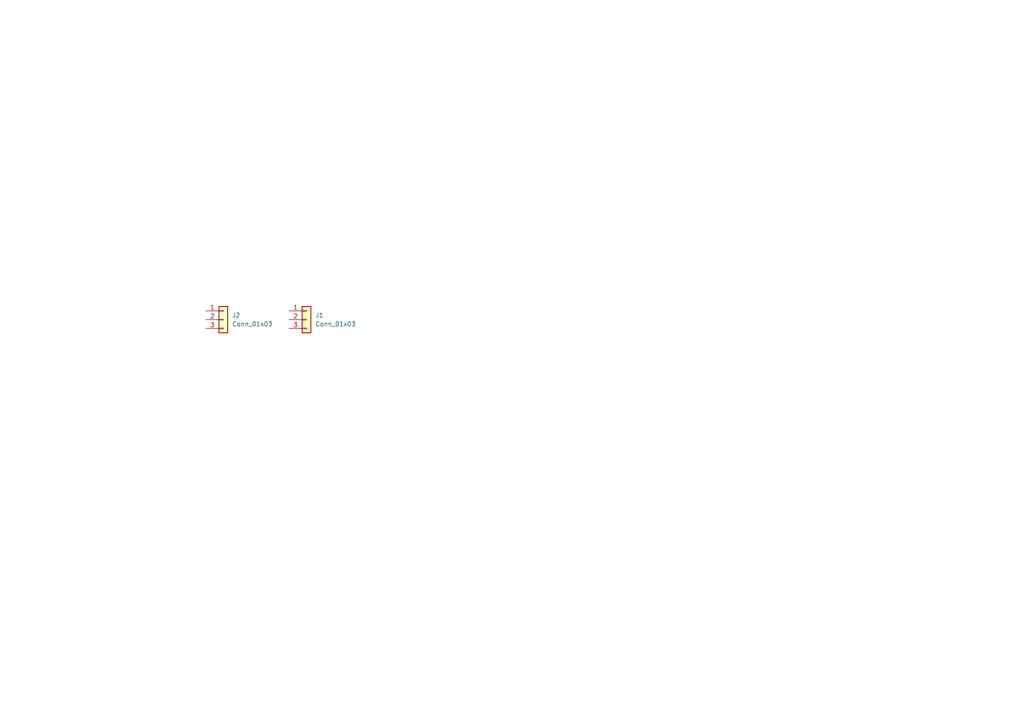
<source format=kicad_sch>
(kicad_sch (version 20250114) (generator "eeschema") (generator_version "9.0")
  (paper "A4")
  (lib_symbols
    (symbol "Connector_Generic:Conn_01x03" (pin_names (offset 1.016) (hide yes))
      (property "Reference" "J" (at 0 5.08 0))
      (property "Value" "Conn_01x03" (at 0 -5.08 0))
      (symbol "Conn_01x03_1_1"
        (rectangle (start -1.27 3.81) (end 1.27 -3.81) (stroke (width 0.254)) (fill (type background)))
        (rectangle (start -1.27 2.667) (end 0 2.413) (stroke (width 0.1524)))
        (rectangle (start -1.27 0.127) (end 0 -0.127) (stroke (width 0.1524)))
        (rectangle (start -1.27 -2.413) (end 0 -2.667) (stroke (width 0.1524)))
        (pin passive line (at -5.08 2.54 0) (length 3.81) (name "Pin_1") (number "1"))
        (pin passive line (at -5.08 0 0) (length 3.81) (name "Pin_2") (number "2"))
        (pin passive line (at -5.08 -2.54 0) (length 3.81) (name "Pin_3") (number "3"))
      )
    )
  )
  (symbol (lib_id "Connector_Generic:Conn_01x03") (at 88.9 92.71 0) (unit 1)
    (property "Reference" "J1" (at 91.44 91.4399 0) (effects (justify left)))
    (property "Value" "Conn_01x03" (at 91.44 93.9799 0) (effects (justify left)))
    (property "Footprint" "model_train_footprints:track_connections" (effects (hide yes)))
    (property "Description" "Generic connector, single row, 01x03, script generated (kicad-library-utils/schlib/autogen/connector/)" (effects (hide yes)))
  )
  (symbol (lib_id "Connector_Generic:Conn_01x03") (at 64.77 92.71 0) (unit 1)
    (property "Reference" "J2" (at 67.31 91.4399 0) (effects (justify left)))
    (property "Value" "Conn_01x03" (at 67.31 93.9799 0) (effects (justify left)))
    (property "Footprint" "model_train_footprints:track_connections" (effects (hide yes)))
    (property "Description" "Generic connector, single row, 01x03, script generated (kicad-library-utils/schlib/autogen/connector/)" (effects (hide yes)))
  )
)
</source>
